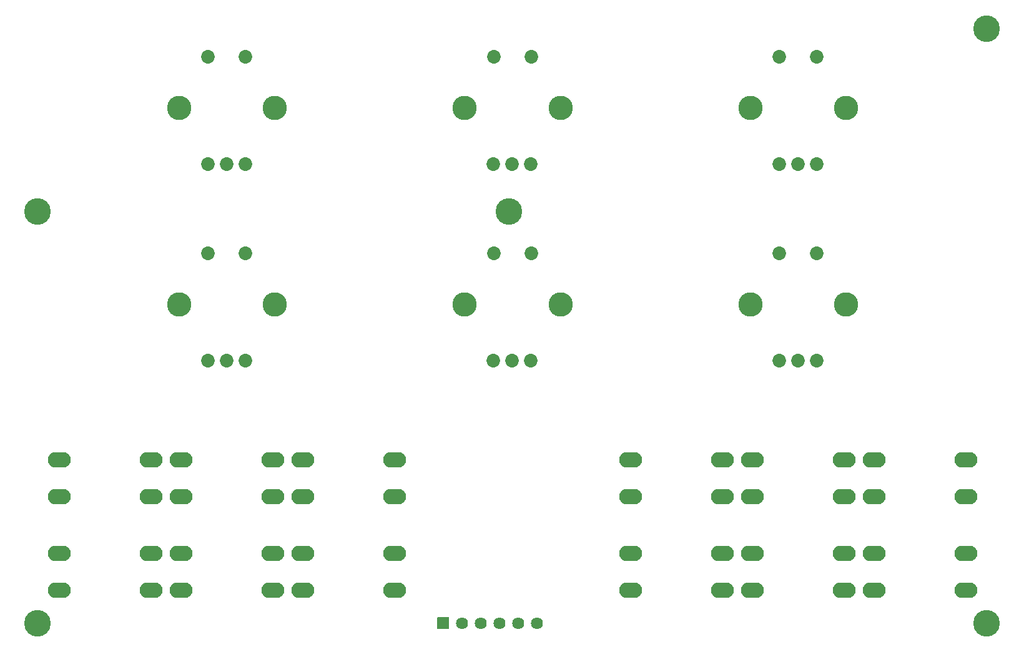
<source format=gbr>
G04 #@! TF.GenerationSoftware,KiCad,Pcbnew,(5.1.8)-1*
G04 #@! TF.CreationDate,2022-11-27T21:23:24+01:00*
G04 #@! TF.ProjectId,pfm3_ctrl,70666d33-5f63-4747-926c-2e6b69636164,rev?*
G04 #@! TF.SameCoordinates,Original*
G04 #@! TF.FileFunction,Soldermask,Bot*
G04 #@! TF.FilePolarity,Negative*
%FSLAX46Y46*%
G04 Gerber Fmt 4.6, Leading zero omitted, Abs format (unit mm)*
G04 Created by KiCad (PCBNEW (5.1.8)-1) date 2022-11-27 21:23:24*
%MOMM*%
%LPD*%
G01*
G04 APERTURE LIST*
%ADD10C,1.626000*%
%ADD11C,3.602000*%
%ADD12C,1.852060*%
%ADD13C,3.302400*%
%ADD14O,3.101740X2.100980*%
G04 APERTURE END LIST*
D10*
X139192000Y-117475000D03*
D11*
X135382000Y-61595000D03*
X200152000Y-36830000D03*
X71501000Y-61595000D03*
X200152000Y-117475000D03*
X71501000Y-117475000D03*
D10*
X136652000Y-117475000D03*
X134112000Y-117475000D03*
X131572000Y-117475000D03*
X129032000Y-117475000D03*
G36*
G01*
X125679000Y-118237000D02*
X125679000Y-116713000D01*
G75*
G02*
X125730000Y-116662000I51000J0D01*
G01*
X127254000Y-116662000D01*
G75*
G02*
X127305000Y-116713000I0J-51000D01*
G01*
X127305000Y-118237000D01*
G75*
G02*
X127254000Y-118288000I-51000J0D01*
G01*
X125730000Y-118288000D01*
G75*
G02*
X125679000Y-118237000I0J51000D01*
G01*
G37*
D12*
X172085000Y-67310000D03*
X177165000Y-67310000D03*
D13*
X168125140Y-74231500D03*
X181124860Y-74231500D03*
D12*
X172021500Y-81851500D03*
X174561500Y-81851500D03*
X177101500Y-81851500D03*
X133350000Y-67310000D03*
X138430000Y-67310000D03*
D13*
X129390140Y-74231500D03*
X142389860Y-74231500D03*
D12*
X133286500Y-81851500D03*
X135826500Y-81851500D03*
X138366500Y-81851500D03*
X94615000Y-67310000D03*
X99695000Y-67310000D03*
D13*
X90655140Y-74231500D03*
X103654860Y-74231500D03*
D12*
X94551500Y-81851500D03*
X97091500Y-81851500D03*
X99631500Y-81851500D03*
X172085000Y-40640000D03*
X177165000Y-40640000D03*
D13*
X168125140Y-47561500D03*
X181124860Y-47561500D03*
D12*
X172021500Y-55181500D03*
X174561500Y-55181500D03*
X177101500Y-55181500D03*
X133350000Y-40640000D03*
X138430000Y-40640000D03*
D13*
X129390140Y-47561500D03*
X142389860Y-47561500D03*
D12*
X133286500Y-55181500D03*
X135826500Y-55181500D03*
X138366500Y-55181500D03*
X94615000Y-40640000D03*
X99695000Y-40640000D03*
D13*
X90655140Y-47561500D03*
X103654860Y-47561500D03*
D12*
X94551500Y-55181500D03*
X97091500Y-55181500D03*
X99631500Y-55181500D03*
D14*
X184884060Y-100289360D03*
X197385940Y-100289360D03*
X197385940Y-95290640D03*
X184884060Y-95290640D03*
X151864060Y-100289360D03*
X164365940Y-100289360D03*
X164365940Y-95290640D03*
X151864060Y-95290640D03*
X184884060Y-112989360D03*
X197385940Y-112989360D03*
X197385940Y-107990640D03*
X184884060Y-107990640D03*
X168374060Y-112989360D03*
X180875940Y-112989360D03*
X180875940Y-107990640D03*
X168374060Y-107990640D03*
X151864060Y-112989360D03*
X164365940Y-112989360D03*
X164365940Y-107990640D03*
X151864060Y-107990640D03*
X168374060Y-100289360D03*
X180875940Y-100289360D03*
X180875940Y-95290640D03*
X168374060Y-95290640D03*
X107414060Y-112989360D03*
X119915940Y-112989360D03*
X119915940Y-107990640D03*
X107414060Y-107990640D03*
X90904060Y-112989360D03*
X103405940Y-112989360D03*
X103405940Y-107990640D03*
X90904060Y-107990640D03*
X74394060Y-112989360D03*
X86895940Y-112989360D03*
X86895940Y-107990640D03*
X74394060Y-107990640D03*
X107414060Y-100289360D03*
X119915940Y-100289360D03*
X119915940Y-95290640D03*
X107414060Y-95290640D03*
X90904060Y-100289360D03*
X103405940Y-100289360D03*
X103405940Y-95290640D03*
X90904060Y-95290640D03*
X74394060Y-100289360D03*
X86895940Y-100289360D03*
X86895940Y-95290640D03*
X74394060Y-95290640D03*
M02*

</source>
